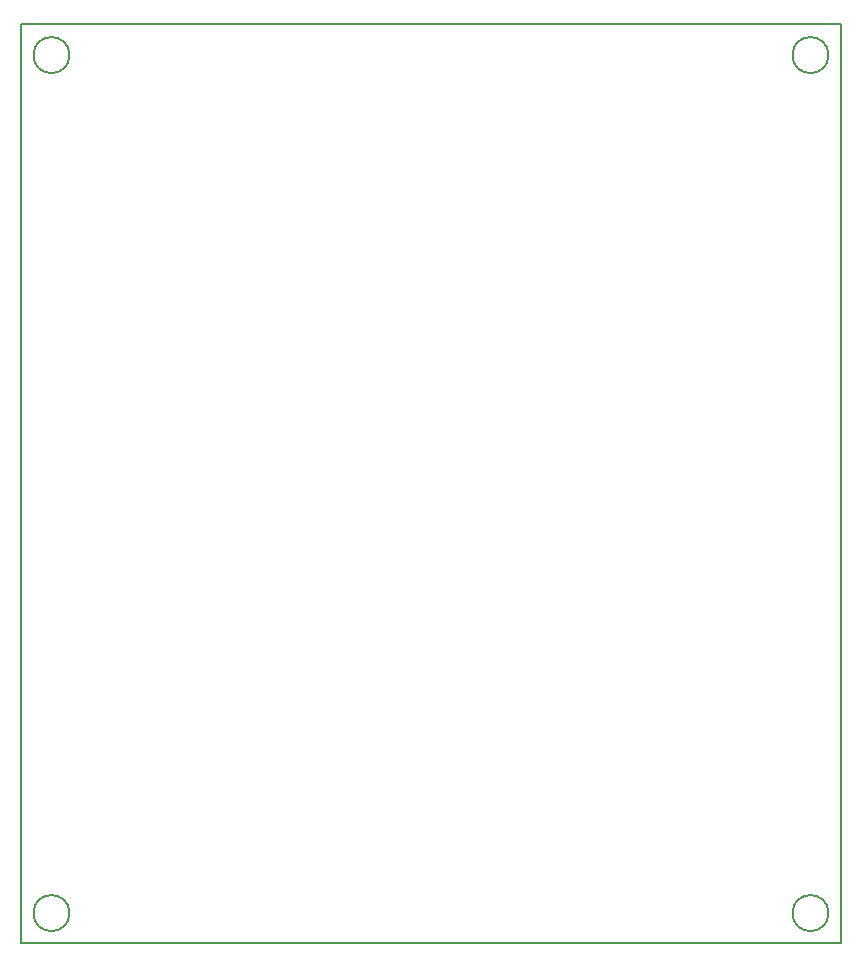
<source format=gm1>
%TF.GenerationSoftware,KiCad,Pcbnew,7.0.2*%
%TF.CreationDate,2023-08-24T00:14:34+05:00*%
%TF.ProjectId,IOTV,494f5456-2e6b-4696-9361-645f70636258,3*%
%TF.SameCoordinates,Original*%
%TF.FileFunction,Profile,NP*%
%FSLAX46Y46*%
G04 Gerber Fmt 4.6, Leading zero omitted, Abs format (unit mm)*
G04 Created by KiCad (PCBNEW 7.0.2) date 2023-08-24 00:14:34*
%MOMM*%
%LPD*%
G01*
G04 APERTURE LIST*
%TA.AperFunction,Profile*%
%ADD10C,0.150000*%
%TD*%
G04 APERTURE END LIST*
D10*
X105664000Y-126238000D02*
G75*
G03*
X105664000Y-126238000I-1524000J0D01*
G01*
X101600000Y-50934000D02*
X170976000Y-50934000D01*
X170976000Y-128778000D01*
X101600000Y-128778000D01*
X101600000Y-50934000D01*
X105664000Y-53594000D02*
G75*
G03*
X105664000Y-53594000I-1524000J0D01*
G01*
X169926000Y-126238000D02*
G75*
G03*
X169926000Y-126238000I-1524000J0D01*
G01*
X169926000Y-53594000D02*
G75*
G03*
X169926000Y-53594000I-1524000J0D01*
G01*
M02*

</source>
